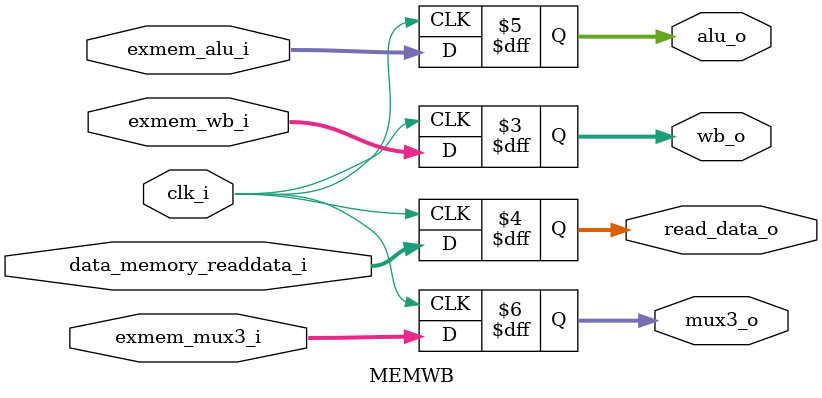
<source format=v>
module MEMWB
(
  clk_i,
	exmem_wb_i,
	data_memory_readdata_i,
	exmem_alu_i,
	exmem_mux3_i,

	wb_o,
	read_data_o,
	alu_o,
	mux3_o
);

input clk_i;
input [1:0] exmem_wb_i;
input [31:0] data_memory_readdata_i;
input [31:0] exmem_alu_i;
input [4:0] exmem_mux3_i;

output [1:0] wb_o;
output [31:0] read_data_o;
output [31:0] alu_o;
output [4:0] mux3_o;

reg [1:0] wb_o;
reg [31:0] read_data_o;
reg [31:0] alu_o;
reg [4:0] mux3_o;

initial begin #20
  wb_o = 0;
	alu_o = 0;
	read_data_o = 0;
	mux3_o = 0;
end

always@(posedge clk_i) begin
  wb_o <= exmem_wb_i;
	read_data_o <= data_memory_readdata_i;
	alu_o <= exmem_alu_i;
	mux3_o <= exmem_mux3_i;
end

endmodule


</source>
